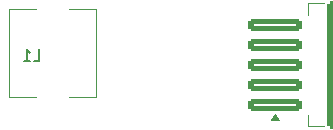
<source format=gbr>
G04 #@! TF.GenerationSoftware,KiCad,Pcbnew,9.0.1*
G04 #@! TF.CreationDate,2026-02-11T02:11:43+05:30*
G04 #@! TF.ProjectId,kicadfiles.txt,6b696361-6466-4696-9c65-732e7478742e,rev?*
G04 #@! TF.SameCoordinates,Original*
G04 #@! TF.FileFunction,Legend,Bot*
G04 #@! TF.FilePolarity,Positive*
%FSLAX46Y46*%
G04 Gerber Fmt 4.6, Leading zero omitted, Abs format (unit mm)*
G04 Created by KiCad (PCBNEW 9.0.1) date 2026-02-11 02:11:43*
%MOMM*%
%LPD*%
G01*
G04 APERTURE LIST*
G04 Aperture macros list*
%AMRoundRect*
0 Rectangle with rounded corners*
0 $1 Rounding radius*
0 $2 $3 $4 $5 $6 $7 $8 $9 X,Y pos of 4 corners*
0 Add a 4 corners polygon primitive as box body*
4,1,4,$2,$3,$4,$5,$6,$7,$8,$9,$2,$3,0*
0 Add four circle primitives for the rounded corners*
1,1,$1+$1,$2,$3*
1,1,$1+$1,$4,$5*
1,1,$1+$1,$6,$7*
1,1,$1+$1,$8,$9*
0 Add four rect primitives between the rounded corners*
20,1,$1+$1,$2,$3,$4,$5,0*
20,1,$1+$1,$4,$5,$6,$7,0*
20,1,$1+$1,$6,$7,$8,$9,0*
20,1,$1+$1,$8,$9,$2,$3,0*%
G04 Aperture macros list end*
%ADD10C,0.150000*%
%ADD11C,0.120000*%
%ADD12R,3.000000X3.000000*%
%ADD13C,3.000000*%
%ADD14R,2.020000X5.020000*%
%ADD15O,2.020000X5.020000*%
%ADD16R,3.200000X3.200000*%
%ADD17O,3.200000X3.200000*%
%ADD18RoundRect,0.250000X-2.050000X-0.300000X2.050000X-0.300000X2.050000X0.300000X-2.050000X0.300000X0*%
%ADD19RoundRect,0.250002X-4.449998X-5.149998X4.449998X-5.149998X4.449998X5.149998X-4.449998X5.149998X0*%
%ADD20R,2.200000X1.500000*%
G04 APERTURE END LIST*
D10*
X131396666Y-71454819D02*
X131872856Y-71454819D01*
X131872856Y-71454819D02*
X131872856Y-70454819D01*
X130539523Y-71454819D02*
X131110951Y-71454819D01*
X130825237Y-71454819D02*
X130825237Y-70454819D01*
X130825237Y-70454819D02*
X130920475Y-70597676D01*
X130920475Y-70597676D02*
X131015713Y-70692914D01*
X131015713Y-70692914D02*
X131110951Y-70740533D01*
D11*
X154655000Y-66550000D02*
X154655000Y-67500000D01*
X154655000Y-76950000D02*
X154655000Y-76000000D01*
X156020000Y-66550000D02*
X154655000Y-66550000D01*
X156020000Y-76950000D02*
X154655000Y-76950000D01*
X152170000Y-76430000D02*
X151490000Y-76430000D01*
X151830000Y-75960000D01*
X152170000Y-76430000D01*
G36*
X152170000Y-76430000D02*
G01*
X151490000Y-76430000D01*
X151830000Y-75960000D01*
X152170000Y-76430000D01*
G37*
X129280000Y-67050000D02*
X129280000Y-74450000D01*
X129280000Y-74450000D02*
X131580000Y-74450000D01*
X131580000Y-67050000D02*
X129280000Y-67050000D01*
X134380000Y-74450000D02*
X136680000Y-74450000D01*
X136680000Y-67050000D02*
X134380000Y-67050000D01*
X136680000Y-74450000D02*
X136680000Y-67050000D01*
%LPC*%
D12*
X162230000Y-83842500D03*
D13*
X162230000Y-87722500D03*
D14*
X146500000Y-83800000D03*
D15*
X141320000Y-83800000D03*
D16*
X152480000Y-91100000D03*
D17*
X152480000Y-78400000D03*
D18*
X151830000Y-75150000D03*
X151830000Y-73450000D03*
X151830000Y-71750000D03*
D19*
X160980000Y-71750000D03*
D18*
X151830000Y-70050000D03*
X151830000Y-68350000D03*
D20*
X132980000Y-73950000D03*
X132980000Y-67550000D03*
%LPD*%
M02*

</source>
